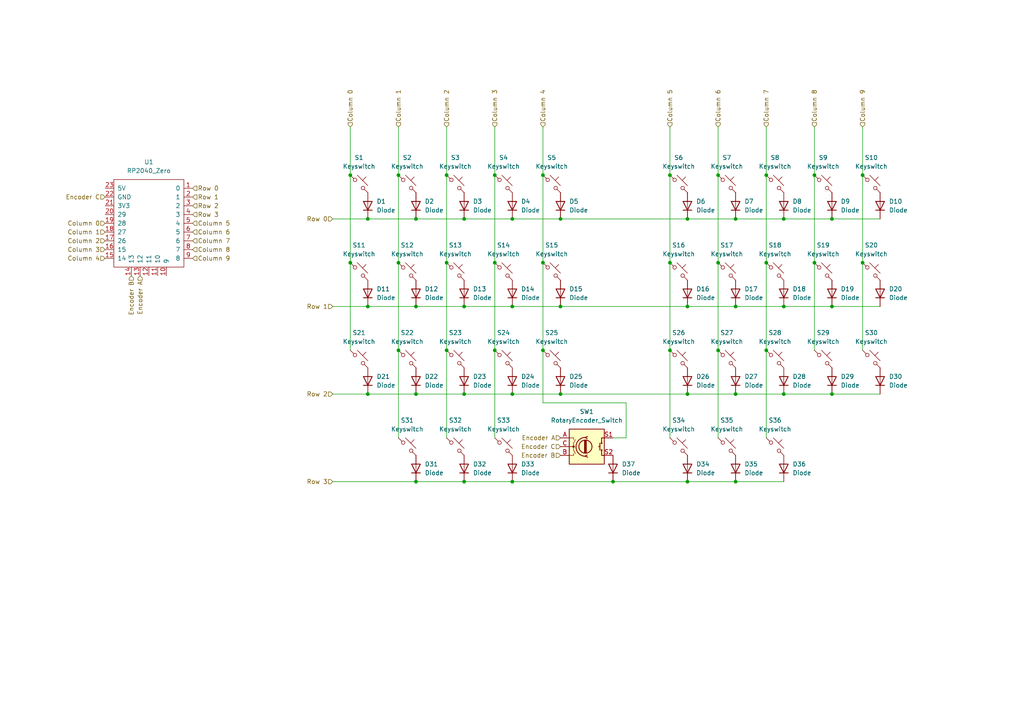
<source format=kicad_sch>
(kicad_sch (version 20231120) (generator "eeschema") (generator_version "8.0")
  (paper "A4")
  (lib_symbols
    (symbol "Device:RotaryEncoder_Switch" (pin_names (offset 0.254) hide)
      (property "Reference" "SW" (at 0 6.604 0))
      (property "Value" "RotaryEncoder_Switch" (at 0 -6.604 0))
      (symbol "RotaryEncoder_Switch_0_1"
        (rectangle (start -5.08 5.08) (end 5.08 -5.08) (stroke (width 0.254)) (fill (type background)))
        (circle (center -3.81 0) (radius 0.254) (fill (type outline)))
        (circle (center -0.381 0) (radius 1.905) (stroke (width 0.254)))
        (arc (start -0.381 2.667) (mid -3.0988 -0.0635) (end -0.381 -2.794) (stroke (width 0.254)))
        (polyline (pts (xy -0.635 -1.778) (xy -0.635 1.778)) (stroke (width 0.254)))
        (polyline (pts (xy -0.381 -1.778) (xy -0.381 1.778)) (stroke (width 0.254)))
        (polyline (pts (xy -0.127 1.778) (xy -0.127 -1.778)) (stroke (width 0.254)))
        (polyline (pts (xy 3.81 0) (xy 3.429 0)) (stroke (width 0.254)))
        (polyline (pts (xy 3.81 1.016) (xy 3.81 -1.016)) (stroke (width 0.254)))
        (polyline (pts (xy -5.08 -2.54) (xy -3.81 -2.54) (xy -3.81 -2.032)))
        (polyline (pts (xy -5.08 2.54) (xy -3.81 2.54) (xy -3.81 2.032)))
        (polyline (pts (xy 0.254 -3.048) (xy -0.508 -2.794) (xy 0.127 -2.413)) (stroke (width 0.254)))
        (polyline (pts (xy 0.254 2.921) (xy -0.508 2.667) (xy 0.127 2.286)) (stroke (width 0.254)))
        (polyline (pts (xy 5.08 -2.54) (xy 4.318 -2.54) (xy 4.318 -1.016)) (stroke (width 0.254)))
        (polyline (pts (xy 5.08 2.54) (xy 4.318 2.54) (xy 4.318 1.016)) (stroke (width 0.254)))
        (polyline (pts (xy -5.08 0) (xy -3.81 0) (xy -3.81 -1.016) (xy -3.302 -2.032)))
        (polyline (pts (xy -4.318 0) (xy -3.81 0) (xy -3.81 1.016) (xy -3.302 2.032)))
        (circle (center 4.318 -1.016) (radius 0.127) (stroke (width 0.254)))
        (circle (center 4.318 1.016) (radius 0.127) (stroke (width 0.254)))
      )
      (symbol "RotaryEncoder_Switch_1_1"
        (pin passive line (at -7.62 2.54 0) (length 2.54) (name "A") (number "A"))
        (pin passive line (at -7.62 -2.54 0) (length 2.54) (name "B") (number "B"))
        (pin passive line (at -7.62 0 0) (length 2.54) (name "C") (number "C"))
        (pin passive line (at 7.62 2.54 180) (length 2.54) (name "S1") (number "S1"))
        (pin passive line (at 7.62 -2.54 180) (length 2.54) (name "S2") (number "S2"))
      )
    )
    (symbol "ScottoKeebs:MCU_RP2040_Zero" (pin_names (offset 1.016))
      (property "Reference" "U" (at 0 15.24 0))
      (property "Value" "RP2040_Zero" (at 0 12.7 0))
      (symbol "MCU_RP2040_Zero_0_1"
        (rectangle (start -10.16 11.43) (end 10.16 -13.97))
      )
      (symbol "MCU_RP2040_Zero_1_1"
        (pin bidirectional line (at 12.7 8.89 180) (length 2.54) (name "0") (number "1"))
        (pin bidirectional line (at 5.08 -16.51 90) (length 2.54) (name "9") (number "10"))
        (pin bidirectional line (at 2.54 -16.51 90) (length 2.54) (name "10") (number "11"))
        (pin bidirectional line (at 0 -16.51 90) (length 2.54) (name "11") (number "12"))
        (pin bidirectional line (at -2.54 -16.51 90) (length 2.54) (name "12") (number "13"))
        (pin bidirectional line (at -5.08 -16.51 90) (length 2.54) (name "13") (number "14"))
        (pin bidirectional line (at -12.7 -11.43 0) (length 2.54) (name "14") (number "15"))
        (pin bidirectional line (at -12.7 -8.89 0) (length 2.54) (name "15") (number "16"))
        (pin bidirectional line (at -12.7 -6.35 0) (length 2.54) (name "26") (number "17"))
        (pin bidirectional line (at -12.7 -3.81 0) (length 2.54) (name "27") (number "18"))
        (pin bidirectional line (at -12.7 -1.27 0) (length 2.54) (name "28") (number "19"))
        (pin bidirectional line (at 12.7 6.35 180) (length 2.54) (name "1") (number "2"))
        (pin bidirectional line (at -12.7 1.27 0) (length 2.54) (name "29") (number "20"))
        (pin power_out line (at -12.7 3.81 0) (length 2.54) (name "3V3") (number "21"))
        (pin power_out line (at -12.7 6.35 0) (length 2.54) (name "GND") (number "22"))
        (pin power_out line (at -12.7 8.89 0) (length 2.54) (name "5V") (number "23"))
        (pin bidirectional line (at 12.7 3.81 180) (length 2.54) (name "2") (number "3"))
        (pin bidirectional line (at 12.7 1.27 180) (length 2.54) (name "3") (number "4"))
        (pin bidirectional line (at 12.7 -1.27 180) (length 2.54) (name "4") (number "5"))
        (pin bidirectional line (at 12.7 -3.81 180) (length 2.54) (name "5") (number "6"))
        (pin bidirectional line (at 12.7 -6.35 180) (length 2.54) (name "6") (number "7"))
        (pin bidirectional line (at 12.7 -8.89 180) (length 2.54) (name "7") (number "8"))
        (pin bidirectional line (at 12.7 -11.43 180) (length 2.54) (name "8") (number "9"))
      )
    )
    (symbol "ScottoKeebs:Placeholder_Diode" (pin_numbers hide) (pin_names hide)
      (property "Reference" "D" (at 0 2.54 0))
      (property "Value" "Diode" (at 0 -2.54 0))
      (symbol "Placeholder_Diode_0_1"
        (polyline (pts (xy -1.27 1.27) (xy -1.27 -1.27)) (stroke (width 0.254)))
        (polyline (pts (xy 1.27 0) (xy -1.27 0)))
        (polyline (pts (xy 1.27 1.27) (xy 1.27 -1.27) (xy -1.27 0) (xy 1.27 1.27)) (stroke (width 0.254)))
      )
      (symbol "Placeholder_Diode_1_1"
        (pin passive line (at -3.81 0 0) (length 2.54) (name "K") (number "1"))
        (pin passive line (at 3.81 0 180) (length 2.54) (name "A") (number "2"))
      )
    )
    (symbol "ScottoKeebs:Placeholder_Keyswitch" (pin_numbers hide) (pin_names (offset 1.016) hide)
      (property "Reference" "S" (at 3.048 1.016 0))
      (property "Value" "Keyswitch" (at 0 -3.81 0))
      (symbol "Placeholder_Keyswitch_0_1"
        (circle (center -1.1684 1.1684) (radius 0.508))
        (polyline (pts (xy -0.508 2.54) (xy 2.54 -0.508)))
        (polyline (pts (xy 1.016 1.016) (xy 2.032 2.032)))
        (polyline (pts (xy -2.54 2.54) (xy -1.524 1.524) (xy -1.524 1.524)))
        (polyline (pts (xy 1.524 -1.524) (xy 2.54 -2.54) (xy 2.54 -2.54) (xy 2.54 -2.54)))
        (circle (center 1.143 -1.1938) (radius 0.508))
        (pin passive line (at -2.54 2.54 0) (length 0) (name "1") (number "1"))
        (pin passive line (at 2.54 -2.54 180) (length 0) (name "2") (number "2"))
      )
    )
  )
  (junction (at 241.3 88.9))
  (junction (at 199.39 88.9))
  (junction (at 227.33 114.3))
  (junction (at 148.59 139.7))
  (junction (at 101.6 76.2))
  (junction (at 222.25 50.8))
  (junction (at 120.65 88.9))
  (junction (at 199.39 114.3))
  (junction (at 134.62 63.5))
  (junction (at 241.3 63.5))
  (junction (at 148.59 63.5))
  (junction (at 134.62 88.9))
  (junction (at 177.8 139.7))
  (junction (at 194.31 101.6))
  (junction (at 120.65 114.3))
  (junction (at 129.54 101.6))
  (junction (at 199.39 139.7))
  (junction (at 129.54 76.2))
  (junction (at 213.36 114.3))
  (junction (at 129.54 50.8))
  (junction (at 227.33 63.5))
  (junction (at 162.56 114.3))
  (junction (at 194.31 76.2))
  (junction (at 115.57 101.6))
  (junction (at 194.31 50.8))
  (junction (at 106.68 63.5))
  (junction (at 143.51 76.2))
  (junction (at 143.51 50.8))
  (junction (at 213.36 88.9))
  (junction (at 162.56 63.5))
  (junction (at 162.56 88.9))
  (junction (at 213.36 139.7))
  (junction (at 148.59 88.9))
  (junction (at 208.28 76.2))
  (junction (at 222.25 101.6))
  (junction (at 208.28 50.8))
  (junction (at 227.33 88.9))
  (junction (at 157.48 101.6))
  (junction (at 208.28 101.6))
  (junction (at 143.51 101.6))
  (junction (at 250.19 76.2))
  (junction (at 157.48 50.8))
  (junction (at 236.22 50.8))
  (junction (at 120.65 63.5))
  (junction (at 106.68 114.3))
  (junction (at 250.19 50.8))
  (junction (at 134.62 114.3))
  (junction (at 134.62 139.7))
  (junction (at 241.3 114.3))
  (junction (at 101.6 50.8))
  (junction (at 157.48 76.2))
  (junction (at 199.39 63.5))
  (junction (at 115.57 76.2))
  (junction (at 236.22 76.2))
  (junction (at 148.59 114.3))
  (junction (at 213.36 63.5))
  (junction (at 115.57 50.8))
  (junction (at 222.25 76.2))
  (junction (at 106.68 88.9))
  (junction (at 120.65 139.7))
  (wire (pts (xy 143.51 50.8) (xy 143.51 76.2)))
  (wire (pts (xy 213.36 139.7) (xy 227.33 139.7)))
  (wire (pts (xy 148.59 88.9) (xy 162.56 88.9)))
  (wire (pts (xy 213.36 114.3) (xy 227.33 114.3)))
  (wire (pts (xy 236.22 76.2) (xy 236.22 101.6)))
  (wire (pts (xy 227.33 114.3) (xy 241.3 114.3)))
  (wire (pts (xy 120.65 88.9) (xy 134.62 88.9)))
  (wire (pts (xy 157.48 116.84) (xy 181.61 116.84)))
  (wire (pts (xy 181.61 116.84) (xy 181.61 127)))
  (wire (pts (xy 208.28 101.6) (xy 208.28 127)))
  (wire (pts (xy 250.19 76.2) (xy 250.19 101.6)))
  (wire (pts (xy 208.28 50.8) (xy 208.28 76.2)))
  (wire (pts (xy 148.59 114.3) (xy 162.56 114.3)))
  (wire (pts (xy 199.39 139.7) (xy 213.36 139.7)))
  (wire (pts (xy 115.57 101.6) (xy 115.57 127)))
  (wire (pts (xy 241.3 88.9) (xy 255.27 88.9)))
  (wire (pts (xy 222.25 50.8) (xy 222.25 76.2)))
  (wire (pts (xy 101.6 50.8) (xy 101.6 76.2)))
  (wire (pts (xy 199.39 63.5) (xy 213.36 63.5)))
  (wire (pts (xy 115.57 36.83) (xy 115.57 50.8)))
  (wire (pts (xy 199.39 88.9) (xy 213.36 88.9)))
  (wire (pts (xy 96.52 63.5) (xy 106.68 63.5)))
  (wire (pts (xy 213.36 88.9) (xy 227.33 88.9)))
  (wire (pts (xy 148.59 63.5) (xy 162.56 63.5)))
  (wire (pts (xy 157.48 50.8) (xy 157.48 76.2)))
  (wire (pts (xy 129.54 50.8) (xy 129.54 76.2)))
  (wire (pts (xy 162.56 88.9) (xy 199.39 88.9)))
  (wire (pts (xy 250.19 36.83) (xy 250.19 50.8)))
  (wire (pts (xy 157.48 101.6) (xy 157.48 116.84)))
  (wire (pts (xy 115.57 76.2) (xy 115.57 101.6)))
  (wire (pts (xy 134.62 139.7) (xy 148.59 139.7)))
  (wire (pts (xy 101.6 36.83) (xy 101.6 50.8)))
  (wire (pts (xy 157.48 76.2) (xy 157.48 101.6)))
  (wire (pts (xy 129.54 76.2) (xy 129.54 101.6)))
  (wire (pts (xy 162.56 63.5) (xy 199.39 63.5)))
  (wire (pts (xy 222.25 36.83) (xy 222.25 50.8)))
  (wire (pts (xy 236.22 50.8) (xy 236.22 76.2)))
  (wire (pts (xy 134.62 63.5) (xy 148.59 63.5)))
  (wire (pts (xy 129.54 36.83) (xy 129.54 50.8)))
  (wire (pts (xy 96.52 114.3) (xy 106.68 114.3)))
  (wire (pts (xy 162.56 114.3) (xy 199.39 114.3)))
  (wire (pts (xy 143.51 36.83) (xy 143.51 50.8)))
  (wire (pts (xy 143.51 101.6) (xy 143.51 127)))
  (wire (pts (xy 236.22 36.83) (xy 236.22 50.8)))
  (wire (pts (xy 106.68 88.9) (xy 120.65 88.9)))
  (wire (pts (xy 194.31 76.2) (xy 194.31 101.6)))
  (wire (pts (xy 227.33 88.9) (xy 241.3 88.9)))
  (wire (pts (xy 134.62 114.3) (xy 148.59 114.3)))
  (wire (pts (xy 181.61 127) (xy 177.8 127)))
  (wire (pts (xy 194.31 101.6) (xy 194.31 127)))
  (wire (pts (xy 96.52 139.7) (xy 120.65 139.7)))
  (wire (pts (xy 106.68 114.3) (xy 120.65 114.3)))
  (wire (pts (xy 115.57 50.8) (xy 115.57 76.2)))
  (wire (pts (xy 227.33 63.5) (xy 241.3 63.5)))
  (wire (pts (xy 157.48 36.83) (xy 157.48 50.8)))
  (wire (pts (xy 143.51 76.2) (xy 143.51 101.6)))
  (wire (pts (xy 106.68 63.5) (xy 120.65 63.5)))
  (wire (pts (xy 208.28 36.83) (xy 208.28 50.8)))
  (wire (pts (xy 120.65 63.5) (xy 134.62 63.5)))
  (wire (pts (xy 222.25 101.6) (xy 222.25 127)))
  (wire (pts (xy 194.31 36.83) (xy 194.31 50.8)))
  (wire (pts (xy 134.62 139.7) (xy 120.65 139.7)))
  (wire (pts (xy 194.31 50.8) (xy 194.31 76.2)))
  (wire (pts (xy 129.54 101.6) (xy 129.54 127)))
  (wire (pts (xy 120.65 114.3) (xy 134.62 114.3)))
  (wire (pts (xy 177.8 139.7) (xy 199.39 139.7)))
  (wire (pts (xy 250.19 50.8) (xy 250.19 76.2)))
  (wire (pts (xy 199.39 114.3) (xy 213.36 114.3)))
  (wire (pts (xy 222.25 76.2) (xy 222.25 101.6)))
  (wire (pts (xy 101.6 76.2) (xy 101.6 101.6)))
  (wire (pts (xy 241.3 114.3) (xy 255.27 114.3)))
  (wire (pts (xy 241.3 63.5) (xy 255.27 63.5)))
  (wire (pts (xy 148.59 139.7) (xy 177.8 139.7)))
  (wire (pts (xy 134.62 88.9) (xy 148.59 88.9)))
  (wire (pts (xy 208.28 76.2) (xy 208.28 101.6)))
  (wire (pts (xy 96.52 88.9) (xy 106.68 88.9)))
  (wire (pts (xy 213.36 63.5) (xy 227.33 63.5)))
  (hierarchical_label "Column 1" (shape input) (at 30.48 67.31 180))
  (hierarchical_label "Encoder B" (shape input) (at 162.56 132.08 180))
  (hierarchical_label "Encoder C" (shape input) (at 30.48 57.15 180))
  (hierarchical_label "Row 0" (shape input) (at 55.88 54.61 0))
  (hierarchical_label "Encoder C" (shape input) (at 162.56 129.54 180))
  (hierarchical_label "Column 8" (shape input) (at 55.88 72.39 0))
  (hierarchical_label "Column 4" (shape input) (at 30.48 74.93 180))
  (hierarchical_label "Row 2" (shape input) (at 96.52 114.3 180))
  (hierarchical_label "Column 1" (shape input) (at 115.57 36.83 90))
  (hierarchical_label "Column 9" (shape input) (at 55.88 74.93 0))
  (hierarchical_label "Row 1" (shape input) (at 55.88 57.15 0))
  (hierarchical_label "Encoder B" (shape input) (at 38.1 80.01 270))
  (hierarchical_label "Column 9" (shape input) (at 250.19 36.83 90))
  (hierarchical_label "Column 0" (shape input) (at 101.6 36.83 90))
  (hierarchical_label "Column 8" (shape input) (at 236.22 36.83 90))
  (hierarchical_label "Column 6" (shape input) (at 208.28 36.83 90))
  (hierarchical_label "Column 7" (shape input) (at 222.25 36.83 90))
  (hierarchical_label "Column 5" (shape input) (at 194.31 36.83 90))
  (hierarchical_label "Row 2" (shape input) (at 55.88 59.69 0))
  (hierarchical_label "Encoder A" (shape input) (at 40.64 80.01 270))
  (hierarchical_label "Column 6" (shape input) (at 55.88 67.31 0))
  (hierarchical_label "Row 3" (shape input) (at 55.88 62.23 0))
  (hierarchical_label "Column 4" (shape input) (at 157.48 36.83 90))
  (hierarchical_label "Column 2" (shape input) (at 30.48 69.85 180))
  (hierarchical_label "Column 0" (shape input) (at 30.48 64.77 180))
  (hierarchical_label "Column 3" (shape input) (at 30.48 72.39 180))
  (hierarchical_label "Row 0" (shape input) (at 96.52 63.5 180))
  (hierarchical_label "Row 1" (shape input) (at 96.52 88.9 180))
  (hierarchical_label "Column 3" (shape input) (at 143.51 36.83 90))
  (hierarchical_label "Column 5" (shape input) (at 55.88 64.77 0))
  (hierarchical_label "Encoder A" (shape input) (at 162.56 127 180))
  (hierarchical_label "Column 2" (shape input) (at 129.54 36.83 90))
  (hierarchical_label "Row 3" (shape input) (at 96.52 139.7 180))
  (hierarchical_label "Column 7" (shape input) (at 55.88 69.85 0))
  (symbol (lib_id "ScottoKeebs:Placeholder_Diode") (at 213.36 135.89 90) (unit 1)
    (property "Reference" "D35" (at 215.9 134.6199 90) (effects (justify right)))
    (property "Value" "Diode" (at 215.9 137.1599 90) (effects (justify right)))
    (property "Footprint" "ScottoKeebs_Components:Diode_DO-35" (effects (hide yes)))
    (property "Description" "1N4148 (DO-35) or 1N4148W (SOD-123)" (effects (hide yes)))
    (property "Sim.Device" "D" (effects (hide yes)))
    (property "Sim.Pins" "1=K 2=A" (effects (hide yes)))
  )
  (symbol (lib_id "ScottoKeebs:Placeholder_Diode") (at 255.27 59.69 90) (unit 1)
    (property "Reference" "D10" (at 257.81 58.4199 90) (effects (justify right)))
    (property "Value" "Diode" (at 257.81 60.9599 90) (effects (justify right)))
    (property "Footprint" "ScottoKeebs_Components:Diode_DO-35" (effects (hide yes)))
    (property "Description" "1N4148 (DO-35) or 1N4148W (SOD-123)" (effects (hide yes)))
    (property "Sim.Device" "D" (effects (hide yes)))
    (property "Sim.Pins" "1=K 2=A" (effects (hide yes)))
  )
  (symbol (lib_id "ScottoKeebs:Placeholder_Keyswitch") (at 252.73 78.74 0) (unit 1)
    (property "Reference" "S20" (at 252.73 71.12 0))
    (property "Value" "Keyswitch" (at 252.73 73.66 0))
    (property "Footprint" "ScottoKeebs_Hotswap:Hotswap_MX_1.00u" (effects (hide yes)))
    (property "Description" "Push button switch, normally open, two pins, 45° tilted" (effects (hide yes)))
  )
  (symbol (lib_id "ScottoKeebs:Placeholder_Keyswitch") (at 104.14 78.74 0) (unit 1)
    (property "Reference" "S11" (at 104.14 71.12 0))
    (property "Value" "Keyswitch" (at 104.14 73.66 0))
    (property "Footprint" "ScottoKeebs_Hotswap:Hotswap_MX_1.00u" (effects (hide yes)))
    (property "Description" "Push button switch, normally open, two pins, 45° tilted" (effects (hide yes)))
  )
  (symbol (lib_id "ScottoKeebs:Placeholder_Diode") (at 199.39 59.69 90) (unit 1)
    (property "Reference" "D6" (at 201.93 58.4199 90) (effects (justify right)))
    (property "Value" "Diode" (at 201.93 60.9599 90) (effects (justify right)))
    (property "Footprint" "ScottoKeebs_Components:Diode_DO-35" (effects (hide yes)))
    (property "Description" "1N4148 (DO-35) or 1N4148W (SOD-123)" (effects (hide yes)))
    (property "Sim.Device" "D" (effects (hide yes)))
    (property "Sim.Pins" "1=K 2=A" (effects (hide yes)))
  )
  (symbol (lib_id "ScottoKeebs:Placeholder_Diode") (at 120.65 135.89 90) (unit 1)
    (property "Reference" "D31" (at 123.19 134.6199 90) (effects (justify right)))
    (property "Value" "Diode" (at 123.19 137.1599 90) (effects (justify right)))
    (property "Footprint" "ScottoKeebs_Components:Diode_DO-35" (effects (hide yes)))
    (property "Description" "1N4148 (DO-35) or 1N4148W (SOD-123)" (effects (hide yes)))
    (property "Sim.Device" "D" (effects (hide yes)))
    (property "Sim.Pins" "1=K 2=A" (effects (hide yes)))
  )
  (symbol (lib_id "ScottoKeebs:Placeholder_Keyswitch") (at 118.11 53.34 0) (unit 1)
    (property "Reference" "S2" (at 118.11 45.72 0))
    (property "Value" "Keyswitch" (at 118.11 48.26 0))
    (property "Footprint" "ScottoKeebs_Hotswap:Hotswap_MX_1.00u" (effects (hide yes)))
    (property "Description" "Push button switch, normally open, two pins, 45° tilted" (effects (hide yes)))
  )
  (symbol (lib_id "ScottoKeebs:Placeholder_Diode") (at 241.3 110.49 90) (unit 1)
    (property "Reference" "D29" (at 243.84 109.2199 90) (effects (justify right)))
    (property "Value" "Diode" (at 243.84 111.7599 90) (effects (justify right)))
    (property "Footprint" "ScottoKeebs_Components:Diode_DO-35" (effects (hide yes)))
    (property "Description" "1N4148 (DO-35) or 1N4148W (SOD-123)" (effects (hide yes)))
    (property "Sim.Device" "D" (effects (hide yes)))
    (property "Sim.Pins" "1=K 2=A" (effects (hide yes)))
  )
  (symbol (lib_id "ScottoKeebs:Placeholder_Keyswitch") (at 210.82 104.14 0) (unit 1)
    (property "Reference" "S27" (at 210.82 96.52 0))
    (property "Value" "Keyswitch" (at 210.82 99.06 0))
    (property "Footprint" "ScottoKeebs_Hotswap:Hotswap_MX_1.00u" (effects (hide yes)))
    (property "Description" "Push button switch, normally open, two pins, 45° tilted" (effects (hide yes)))
  )
  (symbol (lib_id "ScottoKeebs:Placeholder_Keyswitch") (at 146.05 53.34 0) (unit 1)
    (property "Reference" "S4" (at 146.05 45.72 0))
    (property "Value" "Keyswitch" (at 146.05 48.26 0))
    (property "Footprint" "ScottoKeebs_Hotswap:Hotswap_MX_1.00u" (effects (hide yes)))
    (property "Description" "Push button switch, normally open, two pins, 45° tilted" (effects (hide yes)))
  )
  (symbol (lib_id "ScottoKeebs:Placeholder_Diode") (at 162.56 59.69 90) (unit 1)
    (property "Reference" "D5" (at 165.1 58.4199 90) (effects (justify right)))
    (property "Value" "Diode" (at 165.1 60.9599 90) (effects (justify right)))
    (property "Footprint" "ScottoKeebs_Components:Diode_DO-35" (effects (hide yes)))
    (property "Description" "1N4148 (DO-35) or 1N4148W (SOD-123)" (effects (hide yes)))
    (property "Sim.Device" "D" (effects (hide yes)))
    (property "Sim.Pins" "1=K 2=A" (effects (hide yes)))
  )
  (symbol (lib_id "ScottoKeebs:Placeholder_Keyswitch") (at 132.08 53.34 0) (unit 1)
    (property "Reference" "S3" (at 132.08 45.72 0))
    (property "Value" "Keyswitch" (at 132.08 48.26 0))
    (property "Footprint" "ScottoKeebs_Hotswap:Hotswap_MX_1.00u" (effects (hide yes)))
    (property "Description" "Push button switch, normally open, two pins, 45° tilted" (effects (hide yes)))
  )
  (symbol (lib_id "ScottoKeebs:Placeholder_Keyswitch") (at 118.11 129.54 0) (unit 1)
    (property "Reference" "S31" (at 118.11 121.92 0))
    (property "Value" "Keyswitch" (at 118.11 124.46 0))
    (property "Footprint" "ScottoKeebs_Hotswap:Hotswap_MX_1.00u" (effects (hide yes)))
    (property "Description" "Push button switch, normally open, two pins, 45° tilted" (effects (hide yes)))
  )
  (symbol (lib_id "ScottoKeebs:Placeholder_Keyswitch") (at 146.05 78.74 0) (unit 1)
    (property "Reference" "S14" (at 146.05 71.12 0))
    (property "Value" "Keyswitch" (at 146.05 73.66 0))
    (property "Footprint" "ScottoKeebs_Hotswap:Hotswap_MX_1.00u" (effects (hide yes)))
    (property "Description" "Push button switch, normally open, two pins, 45° tilted" (effects (hide yes)))
  )
  (symbol (lib_id "ScottoKeebs:Placeholder_Keyswitch") (at 224.79 104.14 0) (unit 1)
    (property "Reference" "S28" (at 224.79 96.52 0))
    (property "Value" "Keyswitch" (at 224.79 99.06 0))
    (property "Footprint" "ScottoKeebs_Hotswap:Hotswap_MX_1.00u" (effects (hide yes)))
    (property "Description" "Push button switch, normally open, two pins, 45° tilted" (effects (hide yes)))
  )
  (symbol (lib_id "ScottoKeebs:Placeholder_Diode") (at 148.59 85.09 90) (unit 1)
    (property "Reference" "D14" (at 151.13 83.8199 90) (effects (justify right)))
    (property "Value" "Diode" (at 151.13 86.3599 90) (effects (justify right)))
    (property "Footprint" "ScottoKeebs_Components:Diode_DO-35" (effects (hide yes)))
    (property "Description" "1N4148 (DO-35) or 1N4148W (SOD-123)" (effects (hide yes)))
    (property "Sim.Device" "D" (effects (hide yes)))
    (property "Sim.Pins" "1=K 2=A" (effects (hide yes)))
  )
  (symbol (lib_id "ScottoKeebs:Placeholder_Diode") (at 148.59 135.89 90) (unit 1)
    (property "Reference" "D33" (at 151.13 134.6199 90) (effects (justify right)))
    (property "Value" "Diode" (at 151.13 137.1599 90) (effects (justify right)))
    (property "Footprint" "ScottoKeebs_Components:Diode_DO-35" (effects (hide yes)))
    (property "Description" "1N4148 (DO-35) or 1N4148W (SOD-123)" (effects (hide yes)))
    (property "Sim.Device" "D" (effects (hide yes)))
    (property "Sim.Pins" "1=K 2=A" (effects (hide yes)))
  )
  (symbol (lib_id "ScottoKeebs:MCU_RP2040_Zero") (at 43.18 63.5 0) (unit 1)
    (property "Reference" "U1" (at 43.18 46.99 0))
    (property "Value" "RP2040_Zero" (at 43.18 49.53 0))
    (property "Footprint" "ScottoKeebs_MCU:RP2040_Zero" (effects (hide yes)))
  )
  (symbol (lib_id "ScottoKeebs:Placeholder_Keyswitch") (at 160.02 78.74 0) (unit 1)
    (property "Reference" "S15" (at 160.02 71.12 0))
    (property "Value" "Keyswitch" (at 160.02 73.66 0))
    (property "Footprint" "ScottoKeebs_Hotswap:Hotswap_MX_1.00u" (effects (hide yes)))
    (property "Description" "Push button switch, normally open, two pins, 45° tilted" (effects (hide yes)))
  )
  (symbol (lib_id "ScottoKeebs:Placeholder_Diode") (at 255.27 85.09 90) (unit 1)
    (property "Reference" "D20" (at 257.81 83.8199 90) (effects (justify right)))
    (property "Value" "Diode" (at 257.81 86.3599 90) (effects (justify right)))
    (property "Footprint" "ScottoKeebs_Components:Diode_DO-35" (effects (hide yes)))
    (property "Description" "1N4148 (DO-35) or 1N4148W (SOD-123)" (effects (hide yes)))
    (property "Sim.Device" "D" (effects (hide yes)))
    (property "Sim.Pins" "1=K 2=A" (effects (hide yes)))
  )
  (symbol (lib_id "ScottoKeebs:Placeholder_Diode") (at 255.27 110.49 90) (unit 1)
    (property "Reference" "D30" (at 257.81 109.2199 90) (effects (justify right)))
    (property "Value" "Diode" (at 257.81 111.7599 90) (effects (justify right)))
    (property "Footprint" "ScottoKeebs_Components:Diode_DO-35" (effects (hide yes)))
    (property "Description" "1N4148 (DO-35) or 1N4148W (SOD-123)" (effects (hide yes)))
    (property "Sim.Device" "D" (effects (hide yes)))
    (property "Sim.Pins" "1=K 2=A" (effects (hide yes)))
  )
  (symbol (lib_id "ScottoKeebs:Placeholder_Diode") (at 227.33 59.69 90) (unit 1)
    (property "Reference" "D8" (at 229.87 58.4199 90) (effects (justify right)))
    (property "Value" "Diode" (at 229.87 60.9599 90) (effects (justify right)))
    (property "Footprint" "ScottoKeebs_Components:Diode_DO-35" (effects (hide yes)))
    (property "Description" "1N4148 (DO-35) or 1N4148W (SOD-123)" (effects (hide yes)))
    (property "Sim.Device" "D" (effects (hide yes)))
    (property "Sim.Pins" "1=K 2=A" (effects (hide yes)))
  )
  (symbol (lib_id "ScottoKeebs:Placeholder_Keyswitch") (at 132.08 104.14 0) (unit 1)
    (property "Reference" "S23" (at 132.08 96.52 0))
    (property "Value" "Keyswitch" (at 132.08 99.06 0))
    (property "Footprint" "ScottoKeebs_Hotswap:Hotswap_MX_1.00u" (effects (hide yes)))
    (property "Description" "Push button switch, normally open, two pins, 45° tilted" (effects (hide yes)))
  )
  (symbol (lib_id "ScottoKeebs:Placeholder_Diode") (at 227.33 110.49 90) (unit 1)
    (property "Reference" "D28" (at 229.87 109.2199 90) (effects (justify right)))
    (property "Value" "Diode" (at 229.87 111.7599 90) (effects (justify right)))
    (property "Footprint" "ScottoKeebs_Components:Diode_DO-35" (effects (hide yes)))
    (property "Description" "1N4148 (DO-35) or 1N4148W (SOD-123)" (effects (hide yes)))
    (property "Sim.Device" "D" (effects (hide yes)))
    (property "Sim.Pins" "1=K 2=A" (effects (hide yes)))
  )
  (symbol (lib_id "ScottoKeebs:Placeholder_Keyswitch") (at 210.82 78.74 0) (unit 1)
    (property "Reference" "S17" (at 210.82 71.12 0))
    (property "Value" "Keyswitch" (at 210.82 73.66 0))
    (property "Footprint" "ScottoKeebs_Hotswap:Hotswap_MX_1.00u" (effects (hide yes)))
    (property "Description" "Push button switch, normally open, two pins, 45° tilted" (effects (hide yes)))
  )
  (symbol (lib_id "ScottoKeebs:Placeholder_Diode") (at 106.68 85.09 90) (unit 1)
    (property "Reference" "D11" (at 109.22 83.8199 90) (effects (justify right)))
    (property "Value" "Diode" (at 109.22 86.3599 90) (effects (justify right)))
    (property "Footprint" "ScottoKeebs_Components:Diode_DO-35" (effects (hide yes)))
    (property "Description" "1N4148 (DO-35) or 1N4148W (SOD-123)" (effects (hide yes)))
    (property "Sim.Device" "D" (effects (hide yes)))
    (property "Sim.Pins" "1=K 2=A" (effects (hide yes)))
  )
  (symbol (lib_id "ScottoKeebs:Placeholder_Diode") (at 213.36 59.69 90) (unit 1)
    (property "Reference" "D7" (at 215.9 58.4199 90) (effects (justify right)))
    (property "Value" "Diode" (at 215.9 60.9599 90) (effects (justify right)))
    (property "Footprint" "ScottoKeebs_Components:Diode_DO-35" (effects (hide yes)))
    (property "Description" "1N4148 (DO-35) or 1N4148W (SOD-123)" (effects (hide yes)))
    (property "Sim.Device" "D" (effects (hide yes)))
    (property "Sim.Pins" "1=K 2=A" (effects (hide yes)))
  )
  (symbol (lib_id "ScottoKeebs:Placeholder_Diode") (at 241.3 85.09 90) (unit 1)
    (property "Reference" "D19" (at 243.84 83.8199 90) (effects (justify right)))
    (property "Value" "Diode" (at 243.84 86.3599 90) (effects (justify right)))
    (property "Footprint" "ScottoKeebs_Components:Diode_DO-35" (effects (hide yes)))
    (property "Description" "1N4148 (DO-35) or 1N4148W (SOD-123)" (effects (hide yes)))
    (property "Sim.Device" "D" (effects (hide yes)))
    (property "Sim.Pins" "1=K 2=A" (effects (hide yes)))
  )
  (symbol (lib_id "ScottoKeebs:Placeholder_Keyswitch") (at 238.76 104.14 0) (unit 1)
    (property "Reference" "S29" (at 238.76 96.52 0))
    (property "Value" "Keyswitch" (at 238.76 99.06 0))
    (property "Footprint" "ScottoKeebs_Hotswap:Hotswap_MX_1.00u" (effects (hide yes)))
    (property "Description" "Push button switch, normally open, two pins, 45° tilted" (effects (hide yes)))
  )
  (symbol (lib_id "ScottoKeebs:Placeholder_Keyswitch") (at 252.73 53.34 0) (unit 1)
    (property "Reference" "S10" (at 252.73 45.72 0))
    (property "Value" "Keyswitch" (at 252.73 48.26 0))
    (property "Footprint" "ScottoKeebs_Hotswap:Hotswap_MX_1.00u" (effects (hide yes)))
    (property "Description" "Push button switch, normally open, two pins, 45° tilted" (effects (hide yes)))
  )
  (symbol (lib_id "ScottoKeebs:Placeholder_Keyswitch") (at 196.85 104.14 0) (unit 1)
    (property "Reference" "S26" (at 196.85 96.52 0))
    (property "Value" "Keyswitch" (at 196.85 99.06 0))
    (property "Footprint" "ScottoKeebs_Hotswap:Hotswap_MX_1.00u" (effects (hide yes)))
    (property "Description" "Push button switch, normally open, two pins, 45° tilted" (effects (hide yes)))
  )
  (symbol (lib_id "ScottoKeebs:Placeholder_Diode") (at 134.62 110.49 90) (unit 1)
    (property "Reference" "D23" (at 137.16 109.2199 90) (effects (justify right)))
    (property "Value" "Diode" (at 137.16 111.7599 90) (effects (justify right)))
    (property "Footprint" "ScottoKeebs_Components:Diode_DO-35" (effects (hide yes)))
    (property "Description" "1N4148 (DO-35) or 1N4148W (SOD-123)" (effects (hide yes)))
    (property "Sim.Device" "D" (effects (hide yes)))
    (property "Sim.Pins" "1=K 2=A" (effects (hide yes)))
  )
  (symbol (lib_id "ScottoKeebs:Placeholder_Diode") (at 120.65 59.69 90) (unit 1)
    (property "Reference" "D2" (at 123.19 58.4199 90) (effects (justify right)))
    (property "Value" "Diode" (at 123.19 60.9599 90) (effects (justify right)))
    (property "Footprint" "ScottoKeebs_Components:Diode_DO-35" (effects (hide yes)))
    (property "Description" "1N4148 (DO-35) or 1N4148W (SOD-123)" (effects (hide yes)))
    (property "Sim.Device" "D" (effects (hide yes)))
    (property "Sim.Pins" "1=K 2=A" (effects (hide yes)))
  )
  (symbol (lib_id "ScottoKeebs:Placeholder_Diode") (at 199.39 135.89 90) (unit 1)
    (property "Reference" "D34" (at 201.93 134.6199 90) (effects (justify right)))
    (property "Value" "Diode" (at 201.93 137.1599 90) (effects (justify right)))
    (property "Footprint" "ScottoKeebs_Components:Diode_DO-35" (effects (hide yes)))
    (property "Description" "1N4148 (DO-35) or 1N4148W (SOD-123)" (effects (hide yes)))
    (property "Sim.Device" "D" (effects (hide yes)))
    (property "Sim.Pins" "1=K 2=A" (effects (hide yes)))
  )
  (symbol (lib_id "ScottoKeebs:Placeholder_Keyswitch") (at 146.05 104.14 0) (unit 1)
    (property "Reference" "S24" (at 146.05 96.52 0))
    (property "Value" "Keyswitch" (at 146.05 99.06 0))
    (property "Footprint" "ScottoKeebs_Hotswap:Hotswap_MX_1.00u" (effects (hide yes)))
    (property "Description" "Push button switch, normally open, two pins, 45° tilted" (effects (hide yes)))
  )
  (symbol (lib_id "ScottoKeebs:Placeholder_Diode") (at 199.39 85.09 90) (unit 1)
    (property "Reference" "D16" (at 201.93 83.8199 90) (effects (justify right)))
    (property "Value" "Diode" (at 201.93 86.3599 90) (effects (justify right)))
    (property "Footprint" "ScottoKeebs_Components:Diode_DO-35" (effects (hide yes)))
    (property "Description" "1N4148 (DO-35) or 1N4148W (SOD-123)" (effects (hide yes)))
    (property "Sim.Device" "D" (effects (hide yes)))
    (property "Sim.Pins" "1=K 2=A" (effects (hide yes)))
  )
  (symbol (lib_id "ScottoKeebs:Placeholder_Diode") (at 134.62 59.69 90) (unit 1)
    (property "Reference" "D3" (at 137.16 58.4199 90) (effects (justify right)))
    (property "Value" "Diode" (at 137.16 60.9599 90) (effects (justify right)))
    (property "Footprint" "ScottoKeebs_Components:Diode_DO-35" (effects (hide yes)))
    (property "Description" "1N4148 (DO-35) or 1N4148W (SOD-123)" (effects (hide yes)))
    (property "Sim.Device" "D" (effects (hide yes)))
    (property "Sim.Pins" "1=K 2=A" (effects (hide yes)))
  )
  (symbol (lib_id "ScottoKeebs:Placeholder_Keyswitch") (at 196.85 53.34 0) (unit 1)
    (property "Reference" "S6" (at 196.85 45.72 0))
    (property "Value" "Keyswitch" (at 196.85 48.26 0))
    (property "Footprint" "ScottoKeebs_Hotswap:Hotswap_MX_1.00u" (effects (hide yes)))
    (property "Description" "Push button switch, normally open, two pins, 45° tilted" (effects (hide yes)))
  )
  (symbol (lib_id "Device:RotaryEncoder_Switch") (at 170.18 129.54 0) (unit 1)
    (property "Reference" "SW1" (at 170.18 119.38 0))
    (property "Value" "RotaryEncoder_Switch" (at 170.18 121.92 0))
    (property "Footprint" "Rotary_Encoder:RotaryEncoder_Alps_EC11E-Switch_Vertical_H20mm" (effects (hide yes)))
    (property "Description" "Rotary encoder, dual channel, incremental quadrate outputs, with switch" (effects (hide yes)))
  )
  (symbol (lib_id "ScottoKeebs:Placeholder_Diode") (at 134.62 85.09 90) (unit 1)
    (property "Reference" "D13" (at 137.16 83.8199 90) (effects (justify right)))
    (property "Value" "Diode" (at 137.16 86.3599 90) (effects (justify right)))
    (property "Footprint" "ScottoKeebs_Components:Diode_DO-35" (effects (hide yes)))
    (property "Description" "1N4148 (DO-35) or 1N4148W (SOD-123)" (effects (hide yes)))
    (property "Sim.Device" "D" (effects (hide yes)))
    (property "Sim.Pins" "1=K 2=A" (effects (hide yes)))
  )
  (symbol (lib_id "ScottoKeebs:Placeholder_Keyswitch") (at 252.73 104.14 0) (unit 1)
    (property "Reference" "S30" (at 252.73 96.52 0))
    (property "Value" "Keyswitch" (at 252.73 99.06 0))
    (property "Footprint" "ScottoKeebs_Hotswap:Hotswap_MX_1.00u" (effects (hide yes)))
    (property "Description" "Push button switch, normally open, two pins, 45° tilted" (effects (hide yes)))
  )
  (symbol (lib_id "ScottoKeebs:Placeholder_Diode") (at 134.62 135.89 90) (unit 1)
    (property "Reference" "D32" (at 137.16 134.6199 90) (effects (justify right)))
    (property "Value" "Diode" (at 137.16 137.1599 90) (effects (justify right)))
    (property "Footprint" "ScottoKeebs_Components:Diode_DO-35" (effects (hide yes)))
    (property "Description" "1N4148 (DO-35) or 1N4148W (SOD-123)" (effects (hide yes)))
    (property "Sim.Device" "D" (effects (hide yes)))
    (property "Sim.Pins" "1=K 2=A" (effects (hide yes)))
  )
  (symbol (lib_id "ScottoKeebs:Placeholder_Diode") (at 120.65 110.49 90) (unit 1)
    (property "Reference" "D22" (at 123.19 109.2199 90) (effects (justify right)))
    (property "Value" "Diode" (at 123.19 111.7599 90) (effects (justify right)))
    (property "Footprint" "ScottoKeebs_Components:Diode_DO-35" (effects (hide yes)))
    (property "Description" "1N4148 (DO-35) or 1N4148W (SOD-123)" (effects (hide yes)))
    (property "Sim.Device" "D" (effects (hide yes)))
    (property "Sim.Pins" "1=K 2=A" (effects (hide yes)))
  )
  (symbol (lib_id "ScottoKeebs:Placeholder_Keyswitch") (at 104.14 104.14 0) (unit 1)
    (property "Reference" "S21" (at 104.14 96.52 0))
    (property "Value" "Keyswitch" (at 104.14 99.06 0))
    (property "Footprint" "ScottoKeebs_Hotswap:Hotswap_MX_1.00u" (effects (hide yes)))
    (property "Description" "Push button switch, normally open, two pins, 45° tilted" (effects (hide yes)))
  )
  (symbol (lib_id "ScottoKeebs:Placeholder_Keyswitch") (at 196.85 129.54 0) (unit 1)
    (property "Reference" "S34" (at 196.85 121.92 0))
    (property "Value" "Keyswitch" (at 196.85 124.46 0))
    (property "Footprint" "ScottoKeebs_Hotswap:Hotswap_MX_1.00u" (effects (hide yes)))
    (property "Description" "Push button switch, normally open, two pins, 45° tilted" (effects (hide yes)))
  )
  (symbol (lib_id "ScottoKeebs:Placeholder_Diode") (at 148.59 59.69 90) (unit 1)
    (property "Reference" "D4" (at 151.13 58.4199 90) (effects (justify right)))
    (property "Value" "Diode" (at 151.13 60.9599 90) (effects (justify right)))
    (property "Footprint" "ScottoKeebs_Components:Diode_DO-35" (effects (hide yes)))
    (property "Description" "1N4148 (DO-35) or 1N4148W (SOD-123)" (effects (hide yes)))
    (property "Sim.Device" "D" (effects (hide yes)))
    (property "Sim.Pins" "1=K 2=A" (effects (hide yes)))
  )
  (symbol (lib_id "ScottoKeebs:Placeholder_Keyswitch") (at 132.08 78.74 0) (unit 1)
    (property "Reference" "S13" (at 132.08 71.12 0))
    (property "Value" "Keyswitch" (at 132.08 73.66 0))
    (property "Footprint" "ScottoKeebs_Hotswap:Hotswap_MX_1.00u" (effects (hide yes)))
    (property "Description" "Push button switch, normally open, two pins, 45° tilted" (effects (hide yes)))
  )
  (symbol (lib_id "ScottoKeebs:Placeholder_Diode") (at 120.65 85.09 90) (unit 1)
    (property "Reference" "D12" (at 123.19 83.8199 90) (effects (justify right)))
    (property "Value" "Diode" (at 123.19 86.3599 90) (effects (justify right)))
    (property "Footprint" "ScottoKeebs_Components:Diode_DO-35" (effects (hide yes)))
    (property "Description" "1N4148 (DO-35) or 1N4148W (SOD-123)" (effects (hide yes)))
    (property "Sim.Device" "D" (effects (hide yes)))
    (property "Sim.Pins" "1=K 2=A" (effects (hide yes)))
  )
  (symbol (lib_id "ScottoKeebs:Placeholder_Keyswitch") (at 224.79 53.34 0) (unit 1)
    (property "Reference" "S8" (at 224.79 45.72 0))
    (property "Value" "Keyswitch" (at 224.79 48.26 0))
    (property "Footprint" "ScottoKeebs_Hotswap:Hotswap_MX_1.00u" (effects (hide yes)))
    (property "Description" "Push button switch, normally open, two pins, 45° tilted" (effects (hide yes)))
  )
  (symbol (lib_id "ScottoKeebs:Placeholder_Keyswitch") (at 210.82 53.34 0) (unit 1)
    (property "Reference" "S7" (at 210.82 45.72 0))
    (property "Value" "Keyswitch" (at 210.82 48.26 0))
    (property "Footprint" "ScottoKeebs_Hotswap:Hotswap_MX_1.00u" (effects (hide yes)))
    (property "Description" "Push button switch, normally open, two pins, 45° tilted" (effects (hide yes)))
  )
  (symbol (lib_id "ScottoKeebs:Placeholder_Diode") (at 106.68 59.69 90) (unit 1)
    (property "Reference" "D1" (at 109.22 58.4199 90) (effects (justify right)))
    (property "Value" "Diode" (at 109.22 60.9599 90) (effects (justify right)))
    (property "Footprint" "ScottoKeebs_Components:Diode_DO-35" (effects (hide yes)))
    (property "Description" "1N4148 (DO-35) or 1N4148W (SOD-123)" (effects (hide yes)))
    (property "Sim.Device" "D" (effects (hide yes)))
    (property "Sim.Pins" "1=K 2=A" (effects (hide yes)))
  )
  (symbol (lib_id "ScottoKeebs:Placeholder_Keyswitch") (at 224.79 78.74 0) (unit 1)
    (property "Reference" "S18" (at 224.79 71.12 0))
    (property "Value" "Keyswitch" (at 224.79 73.66 0))
    (property "Footprint" "ScottoKeebs_Hotswap:Hotswap_MX_1.00u" (effects (hide yes)))
    (property "Description" "Push button switch, normally open, two pins, 45° tilted" (effects (hide yes)))
  )
  (symbol (lib_id "ScottoKeebs:Placeholder_Keyswitch") (at 118.11 104.14 0) (unit 1)
    (property "Reference" "S22" (at 118.11 96.52 0))
    (property "Value" "Keyswitch" (at 118.11 99.06 0))
    (property "Footprint" "ScottoKeebs_Hotswap:Hotswap_MX_1.00u" (effects (hide yes)))
    (property "Description" "Push button switch, normally open, two pins, 45° tilted" (effects (hide yes)))
  )
  (symbol (lib_id "ScottoKeebs:Placeholder_Diode") (at 227.33 85.09 90) (unit 1)
    (property "Reference" "D18" (at 229.87 83.8199 90) (effects (justify right)))
    (property "Value" "Diode" (at 229.87 86.3599 90) (effects (justify right)))
    (property "Footprint" "ScottoKeebs_Components:Diode_DO-35" (effects (hide yes)))
    (property "Description" "1N4148 (DO-35) or 1N4148W (SOD-123)" (effects (hide yes)))
    (property "Sim.Device" "D" (effects (hide yes)))
    (property "Sim.Pins" "1=K 2=A" (effects (hide yes)))
  )
  (symbol (lib_id "ScottoKeebs:Placeholder_Keyswitch") (at 210.82 129.54 0) (unit 1)
    (property "Reference" "S35" (at 210.82 121.92 0))
    (property "Value" "Keyswitch" (at 210.82 124.46 0))
    (property "Footprint" "ScottoKeebs_Hotswap:Hotswap_MX_1.00u" (effects (hide yes)))
    (property "Description" "Push button switch, normally open, two pins, 45° tilted" (effects (hide yes)))
  )
  (symbol (lib_id "ScottoKeebs:Placeholder_Diode") (at 106.68 110.49 90) (unit 1)
    (property "Reference" "D21" (at 109.22 109.2199 90) (effects (justify right)))
    (property "Value" "Diode" (at 109.22 111.7599 90) (effects (justify right)))
    (property "Footprint" "ScottoKeebs_Components:Diode_DO-35" (effects (hide yes)))
    (property "Description" "1N4148 (DO-35) or 1N4148W (SOD-123)" (effects (hide yes)))
    (property "Sim.Device" "D" (effects (hide yes)))
    (property "Sim.Pins" "1=K 2=A" (effects (hide yes)))
  )
  (symbol (lib_id "ScottoKeebs:Placeholder_Diode") (at 227.33 135.89 90) (unit 1)
    (property "Reference" "D36" (at 229.87 134.6199 90) (effects (justify right)))
    (property "Value" "Diode" (at 229.87 137.1599 90) (effects (justify right)))
    (property "Footprint" "ScottoKeebs_Components:Diode_DO-35" (effects (hide yes)))
    (property "Description" "1N4148 (DO-35) or 1N4148W (SOD-123)" (effects (hide yes)))
    (property "Sim.Device" "D" (effects (hide yes)))
    (property "Sim.Pins" "1=K 2=A" (effects (hide yes)))
  )
  (symbol (lib_id "ScottoKeebs:Placeholder_Keyswitch") (at 238.76 78.74 0) (unit 1)
    (property "Reference" "S19" (at 238.76 71.12 0))
    (property "Value" "Keyswitch" (at 238.76 73.66 0))
    (property "Footprint" "ScottoKeebs_Hotswap:Hotswap_MX_1.00u" (effects (hide yes)))
    (property "Description" "Push button switch, normally open, two pins, 45° tilted" (effects (hide yes)))
  )
  (symbol (lib_id "ScottoKeebs:Placeholder_Diode") (at 162.56 110.49 90) (unit 1)
    (property "Reference" "D25" (at 165.1 109.2199 90) (effects (justify right)))
    (property "Value" "Diode" (at 165.1 111.7599 90) (effects (justify right)))
    (property "Footprint" "ScottoKeebs_Components:Diode_DO-35" (effects (hide yes)))
    (property "Description" "1N4148 (DO-35) or 1N4148W (SOD-123)" (effects (hide yes)))
    (property "Sim.Device" "D" (effects (hide yes)))
    (property "Sim.Pins" "1=K 2=A" (effects (hide yes)))
  )
  (symbol (lib_id "ScottoKeebs:Placeholder_Keyswitch") (at 238.76 53.34 0) (unit 1)
    (property "Reference" "S9" (at 238.76 45.72 0))
    (property "Value" "Keyswitch" (at 238.76 48.26 0))
    (property "Footprint" "ScottoKeebs_Hotswap:Hotswap_MX_1.00u" (effects (hide yes)))
    (property "Description" "Push button switch, normally open, two pins, 45° tilted" (effects (hide yes)))
  )
  (symbol (lib_id "ScottoKeebs:Placeholder_Diode") (at 177.8 135.89 90) (unit 1)
    (property "Reference" "D37" (at 180.34 134.6199 90) (effects (justify right)))
    (property "Value" "Diode" (at 180.34 137.1599 90) (effects (justify right)))
    (property "Footprint" "ScottoKeebs_Components:Diode_DO-35" (effects (hide yes)))
    (property "Description" "1N4148 (DO-35) or 1N4148W (SOD-123)" (effects (hide yes)))
    (property "Sim.Device" "D" (effects (hide yes)))
    (property "Sim.Pins" "1=K 2=A" (effects (hide yes)))
  )
  (symbol (lib_id "ScottoKeebs:Placeholder_Keyswitch") (at 196.85 78.74 0) (unit 1)
    (property "Reference" "S16" (at 196.85 71.12 0))
    (property "Value" "Keyswitch" (at 196.85 73.66 0))
    (property "Footprint" "ScottoKeebs_Hotswap:Hotswap_MX_1.00u" (effects (hide yes)))
    (property "Description" "Push button switch, normally open, two pins, 45° tilted" (effects (hide yes)))
  )
  (symbol (lib_id "ScottoKeebs:Placeholder_Diode") (at 213.36 110.49 90) (unit 1)
    (property "Reference" "D27" (at 215.9 109.2199 90) (effects (justify right)))
    (property "Value" "Diode" (at 215.9 111.7599 90) (effects (justify right)))
    (property "Footprint" "ScottoKeebs_Components:Diode_DO-35" (effects (hide yes)))
    (property "Description" "1N4148 (DO-35) or 1N4148W (SOD-123)" (effects (hide yes)))
    (property "Sim.Device" "D" (effects (hide yes)))
    (property "Sim.Pins" "1=K 2=A" (effects (hide yes)))
  )
  (symbol (lib_id "ScottoKeebs:Placeholder_Keyswitch") (at 160.02 104.14 0) (unit 1)
    (property "Reference" "S25" (at 160.02 96.52 0))
    (property "Value" "Keyswitch" (at 160.02 99.06 0))
    (property "Footprint" "ScottoKeebs_Hotswap:Hotswap_MX_1.00u" (effects (hide yes)))
    (property "Description" "Push button switch, normally open, two pins, 45° tilted" (effects (hide yes)))
  )
  (symbol (lib_id "ScottoKeebs:Placeholder_Diode") (at 199.39 110.49 90) (unit 1)
    (property "Reference" "D26" (at 201.93 109.2199 90) (effects (justify right)))
    (property "Value" "Diode" (at 201.93 111.7599 90) (effects (justify right)))
    (property "Footprint" "ScottoKeebs_Components:Diode_DO-35" (effects (hide yes)))
    (property "Description" "1N4148 (DO-35) or 1N4148W (SOD-123)" (effects (hide yes)))
    (property "Sim.Device" "D" (effects (hide yes)))
    (property "Sim.Pins" "1=K 2=A" (effects (hide yes)))
  )
  (symbol (lib_id "ScottoKeebs:Placeholder_Diode") (at 241.3 59.69 90) (unit 1)
    (property "Reference" "D9" (at 243.84 58.4199 90) (effects (justify right)))
    (property "Value" "Diode" (at 243.84 60.9599 90) (effects (justify right)))
    (property "Footprint" "ScottoKeebs_Components:Diode_DO-35" (effects (hide yes)))
    (property "Description" "1N4148 (DO-35) or 1N4148W (SOD-123)" (effects (hide yes)))
    (property "Sim.Device" "D" (effects (hide yes)))
    (property "Sim.Pins" "1=K 2=A" (effects (hide yes)))
  )
  (symbol (lib_id "ScottoKeebs:Placeholder_Keyswitch") (at 160.02 53.34 0) (unit 1)
    (property "Reference" "S5" (at 160.02 45.72 0))
    (property "Value" "Keyswitch" (at 160.02 48.26 0))
    (property "Footprint" "ScottoKeebs_Hotswap:Hotswap_MX_1.00u" (effects (hide yes)))
    (property "Description" "Push button switch, normally open, two pins, 45° tilted" (effects (hide yes)))
  )
  (symbol (lib_id "ScottoKeebs:Placeholder_Keyswitch") (at 132.08 129.54 0) (unit 1)
    (property "Reference" "S32" (at 132.08 121.92 0))
    (property "Value" "Keyswitch" (at 132.08 124.46 0))
    (property "Footprint" "ScottoKeebs_Hotswap:Hotswap_MX_1.00u" (effects (hide yes)))
    (property "Description" "Push button switch, normally open, two pins, 45° tilted" (effects (hide yes)))
  )
  (symbol (lib_id "ScottoKeebs:Placeholder_Keyswitch") (at 118.11 78.74 0) (unit 1)
    (property "Reference" "S12" (at 118.11 71.12 0))
    (property "Value" "Keyswitch" (at 118.11 73.66 0))
    (property "Footprint" "ScottoKeebs_Hotswap:Hotswap_MX_1.00u" (effects (hide yes)))
    (property "Description" "Push button switch, normally open, two pins, 45° tilted" (effects (hide yes)))
  )
  (symbol (lib_id "ScottoKeebs:Placeholder_Keyswitch") (at 224.79 129.54 0) (unit 1)
    (property "Reference" "S36" (at 224.79 121.92 0))
    (property "Value" "Keyswitch" (at 224.79 124.46 0))
    (property "Footprint" "ScottoKeebs_Hotswap:Hotswap_MX_1.00u" (effects (hide yes)))
    (property "Description" "Push button switch, normally open, two pins, 45° tilted" (effects (hide yes)))
  )
  (symbol (lib_id "ScottoKeebs:Placeholder_Keyswitch") (at 104.14 53.34 0) (unit 1)
    (property "Reference" "S1" (at 104.14 45.72 0))
    (property "Value" "Keyswitch" (at 104.14 48.26 0))
    (property "Footprint" "ScottoKeebs_Hotswap:Hotswap_MX_1.00u" (effects (hide yes)))
    (property "Description" "Push button switch, normally open, two pins, 45° tilted" (effects (hide yes)))
  )
  (symbol (lib_id "ScottoKeebs:Placeholder_Keyswitch") (at 146.05 129.54 0) (unit 1)
    (property "Reference" "S33" (at 146.05 121.92 0))
    (property "Value" "Keyswitch" (at 146.05 124.46 0))
    (property "Footprint" "ScottoKeebs_Hotswap:Hotswap_MX_1.00u" (effects (hide yes)))
    (property "Description" "Push button switch, normally open, two pins, 45° tilted" (effects (hide yes)))
  )
  (symbol (lib_id "ScottoKeebs:Placeholder_Diode") (at 148.59 110.49 90) (unit 1)
    (property "Reference" "D24" (at 151.13 109.2199 90) (effects (justify right)))
    (property "Value" "Diode" (at 151.13 111.7599 90) (effects (justify right)))
    (property "Footprint" "ScottoKeebs_Components:Diode_DO-35" (effects (hide yes)))
    (property "Description" "1N4148 (DO-35) or 1N4148W (SOD-123)" (effects (hide yes)))
    (property "Sim.Device" "D" (effects (hide yes)))
    (property "Sim.Pins" "1=K 2=A" (effects (hide yes)))
  )
  (symbol (lib_id "ScottoKeebs:Placeholder_Diode") (at 213.36 85.09 90) (unit 1)
    (property "Reference" "D17" (at 215.9 83.8199 90) (effects (justify right)))
    (property "Value" "Diode" (at 215.9 86.3599 90) (effects (justify right)))
    (property "Footprint" "ScottoKeebs_Components:Diode_DO-35" (effects (hide yes)))
    (property "Description" "1N4148 (DO-35) or 1N4148W (SOD-123)" (effects (hide yes)))
    (property "Sim.Device" "D" (effects (hide yes)))
    (property "Sim.Pins" "1=K 2=A" (effects (hide yes)))
  )
  (symbol (lib_id "ScottoKeebs:Placeholder_Diode") (at 162.56 85.09 90) (unit 1)
    (property "Reference" "D15" (at 165.1 83.8199 90) (effects (justify right)))
    (property "Value" "Diode" (at 165.1 86.3599 90) (effects (justify right)))
    (property "Footprint" "ScottoKeebs_Components:Diode_DO-35" (effects (hide yes)))
    (property "Description" "1N4148 (DO-35) or 1N4148W (SOD-123)" (effects (hide yes)))
    (property "Sim.Device" "D" (effects (hide yes)))
    (property "Sim.Pins" "1=K 2=A" (effects (hide yes)))
  )
)
</source>
